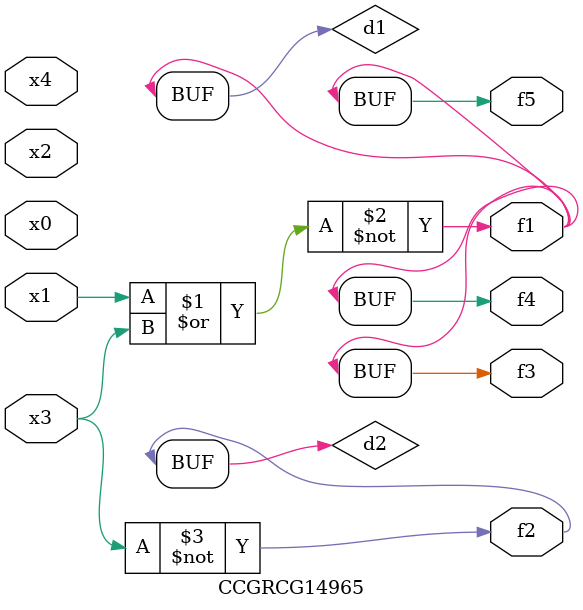
<source format=v>
module CCGRCG14965(
	input x0, x1, x2, x3, x4,
	output f1, f2, f3, f4, f5
);

	wire d1, d2;

	nor (d1, x1, x3);
	not (d2, x3);
	assign f1 = d1;
	assign f2 = d2;
	assign f3 = d1;
	assign f4 = d1;
	assign f5 = d1;
endmodule

</source>
